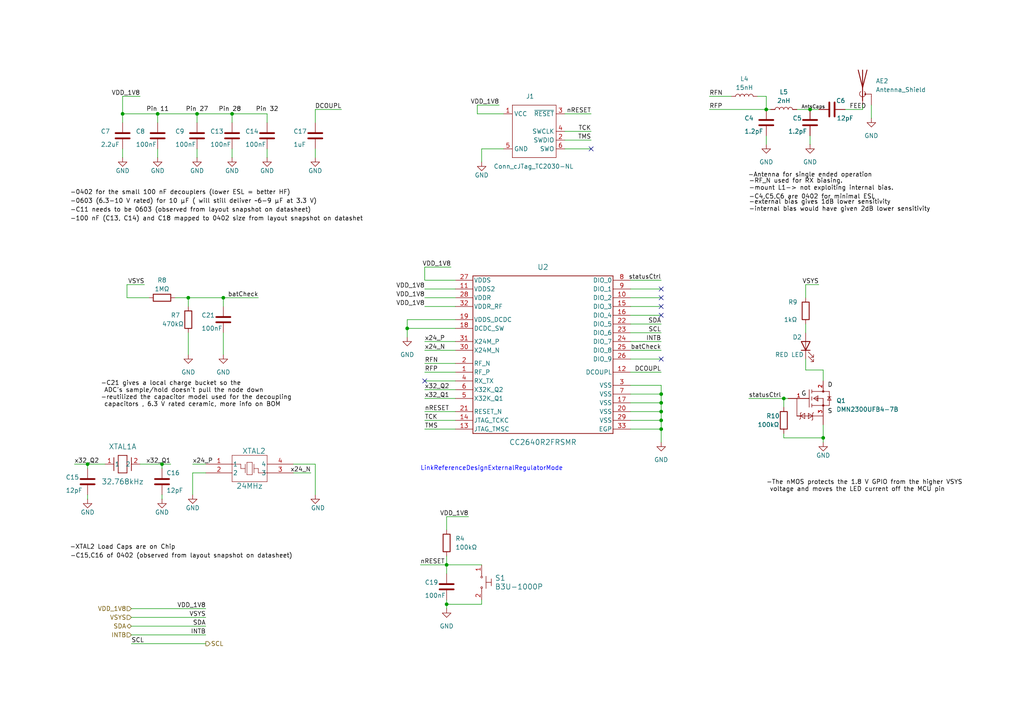
<source format=kicad_sch>
(kicad_sch (version 20250114) (generator "eeschema") (generator_version "9.0")
  (paper "A4")
  (lib_symbols
    (symbol "C_1" (pin_numbers (hide yes)) (pin_names (offset 0.254))
      (property "Reference" "C" (at 0.635 2.54 0))
      (property "Value" "C" (at 0.635 -2.54 0))
      (symbol "C_1_1_1"
        (pin passive line (at 0 3.81 270) (length 2.794) (name "~") (number "1"))
        (pin passive line (at 0 -3.81 90) (length 2.794) (name "~") (number "2"))
      )
    )
    (symbol "C_10" (pin_numbers (hide yes)) (pin_names (offset 0.254))
      (property "Reference" "C" (at 0.635 2.54 0))
      (property "Value" "C" (at 0.635 -2.54 0))
      (symbol "C_10_1_1"
        (pin passive line (at 0 3.81 270) (length 2.794) (name "~") (number "1"))
        (pin passive line (at 0 -3.81 90) (length 2.794) (name "~") (number "2"))
      )
    )
    (symbol "C_11" (pin_numbers (hide yes)) (pin_names (offset 0.254))
      (property "Reference" "C" (at 0.635 2.54 0))
      (property "Value" "C" (at 0.635 -2.54 0))
      (symbol "C_11_1_1"
        (pin passive line (at 0 3.81 270) (length 2.794) (name "~") (number "1"))
        (pin passive line (at 0 -3.81 90) (length 2.794) (name "~") (number "2"))
      )
    )
    (symbol "C_12" (pin_numbers (hide yes)) (pin_names (offset 0.254))
      (property "Reference" "C" (at 0.635 2.54 0))
      (property "Value" "C" (at 0.635 -2.54 0))
      (symbol "C_12_1_1"
        (pin passive line (at 0 3.81 270) (length 2.794) (name "~") (number "1"))
        (pin passive line (at 0 -3.81 90) (length 2.794) (name "~") (number "2"))
      )
    )
    (symbol "C_2" (pin_numbers (hide yes)) (pin_names (offset 0.254))
      (property "Reference" "C" (at 0.635 2.54 0))
      (property "Value" "C" (at 0.635 -2.54 0))
      (symbol "C_2_1_1"
        (pin passive line (at 0 3.81 270) (length 2.794) (name "~") (number "1"))
        (pin passive line (at 0 -3.81 90) (length 2.794) (name "~") (number "2"))
      )
    )
    (symbol "C_3" (pin_numbers (hide yes)) (pin_names (offset 0.254))
      (property "Reference" "C" (at 0.635 2.54 0))
      (property "Value" "C" (at 0.635 -2.54 0))
      (symbol "C_3_1_1"
        (pin passive line (at 0 3.81 270) (length 2.794) (name "~") (number "1"))
        (pin passive line (at 0 -3.81 90) (length 2.794) (name "~") (number "2"))
      )
    )
    (symbol "C_4" (pin_numbers (hide yes)) (pin_names (offset 0.254))
      (property "Reference" "C" (at 0.635 2.54 0))
      (property "Value" "C" (at 0.635 -2.54 0))
      (symbol "C_4_1_1"
        (pin passive line (at 0 3.81 270) (length 2.794) (name "~") (number "1"))
        (pin passive line (at 0 -3.81 90) (length 2.794) (name "~") (number "2"))
      )
    )
    (symbol "C_5" (pin_numbers (hide yes)) (pin_names (offset 0.254))
      (property "Reference" "C" (at 0.635 2.54 0))
      (property "Value" "C" (at 0.635 -2.54 0))
      (symbol "C_5_1_1"
        (pin passive line (at 0 3.81 270) (length 2.794) (name "~") (number "1"))
        (pin passive line (at 0 -3.81 90) (length 2.794) (name "~") (number "2"))
      )
    )
    (symbol "C_6" (pin_numbers (hide yes)) (pin_names (offset 0.254))
      (property "Reference" "C" (at 0.635 2.54 0))
      (property "Value" "C" (at 0.635 -2.54 0))
      (symbol "C_6_1_1"
        (pin passive line (at 0 3.81 270) (length 2.794) (name "~") (number "1"))
        (pin passive line (at 0 -3.81 90) (length 2.794) (name "~") (number "2"))
      )
    )
    (symbol "C_7" (pin_numbers (hide yes)) (pin_names (offset 0.254))
      (property "Reference" "C" (at 0.635 2.54 0))
      (property "Value" "C" (at 0.635 -2.54 0))
      (symbol "C_7_1_1"
        (pin passive line (at 0 3.81 270) (length 2.794) (name "~") (number "1"))
        (pin passive line (at 0 -3.81 90) (length 2.794) (name "~") (number "2"))
      )
    )
    (symbol "C_8" (pin_numbers (hide yes)) (pin_names (offset 0.254))
      (property "Reference" "C" (at 0.635 2.54 0))
      (property "Value" "C" (at 0.635 -2.54 0))
      (symbol "C_8_1_1"
        (pin passive line (at 0 3.81 270) (length 2.794) (name "~") (number "1"))
        (pin passive line (at 0 -3.81 90) (length 2.794) (name "~") (number "2"))
      )
    )
    (symbol "C_9" (pin_numbers (hide yes)) (pin_names (offset 0.254))
      (property "Reference" "C" (at 0.635 2.54 0))
      (property "Value" "C" (at 0.635 -2.54 0))
      (symbol "C_9_1_1"
        (pin passive line (at 0 3.81 270) (length 2.794) (name "~") (number "1"))
        (pin passive line (at 0 -3.81 90) (length 2.794) (name "~") (number "2"))
      )
    )
    (symbol "LED_local:LED" (pin_numbers (hide yes)) (pin_names (offset 1.016) (hide yes))
      (property "Reference" "D" (at 0 2.54 0))
      (property "Value" "LED" (at 0 -2.54 0))
      (symbol "LED_1_1"
        (pin passive line (at -3.81 0 0) (length 2.54) (name "K") (number "1"))
        (pin passive line (at 3.81 0 180) (length 2.54) (name "A") (number "2"))
      )
    )
    (symbol "MCU_CC2640R2FRSMR_local:CC2640R2FRSMR" (pin_names (offset 0.254))
      (property "Reference" "U2" (at 0.254 4.318 0))
      (property "Value" "CC2640R2FRSMR" (at 0.254 1.778 0))
      (symbol "CC2640R2FRSMR_0_1"
        (pin power_in line (at -25.4 21.59 0) (length 5.08) (name "VDDS") (number "27"))
        (pin power_in line (at -25.4 19.05 0) (length 5.08) (name "VDDS2") (number "11"))
        (pin power_in line (at -25.4 16.51 0) (length 5.08) (name "VDDR") (number "28"))
        (pin power_in line (at -25.4 13.97 0) (length 5.08) (name "VDDR_RF") (number "32"))
        (pin power_in line (at -25.4 10.16 0) (length 5.08) (name "VDDS_DCDC") (number "19"))
        (pin power_in line (at -25.4 7.62 0) (length 5.08) (name "DCDC_SW") (number "18"))
        (pin input line (at -25.4 -7.62 0) (length 5.08) (name "RX_TX") (number "4"))
        (pin input line (at -25.4 -16.51 0) (length 5.08) (name "RESET_N") (number "21"))
        (pin bidirectional line (at 25.4 21.59 180) (length 5.08) (name "DIO_0") (number "8"))
        (pin bidirectional line (at 25.4 19.05 180) (length 5.08) (name "DIO_1") (number "9"))
        (pin bidirectional line (at 25.4 16.51 180) (length 5.08) (name "DIO_2") (number "10"))
        (pin bidirectional line (at 25.4 13.97 180) (length 5.08) (name "DIO_3") (number "15"))
        (pin bidirectional line (at 25.4 11.43 180) (length 5.08) (name "DIO_4") (number "16"))
        (pin bidirectional line (at 25.4 8.89 180) (length 5.08) (name "DIO_5") (number "22"))
        (pin bidirectional line (at 25.4 6.35 180) (length 5.08) (name "DIO_6") (number "23"))
        (pin bidirectional line (at 25.4 1.27 180) (length 5.08) (name "DIO_8") (number "25"))
        (pin bidirectional line (at 25.4 -1.27 180) (length 5.08) (name "DIO_9") (number "26"))
        (pin power_in line (at 25.4 -8.89 180) (length 5.08) (name "VSS") (number "3"))
        (pin power_in line (at 25.4 -11.43 180) (length 5.08) (name "VSS") (number "7"))
        (pin power_in line (at 25.4 -13.97 180) (length 5.08) (name "VSS") (number "17"))
        (pin power_in line (at 25.4 -16.51 180) (length 5.08) (name "VSS") (number "20"))
        (pin power_in line (at 25.4 -19.05 180) (length 5.08) (name "VSS") (number "29"))
        (pin power_in line (at 25.4 -21.59 180) (length 5.08) (name "EGP") (number "33"))
      )
      (symbol "CC2640R2FRSMR_1_1"
        (pin passive line (at -25.4 3.81 0) (length 5.08) (name "X24M_P") (number "31"))
        (pin passive line (at -25.4 1.27 0) (length 5.08) (name "X24M_N") (number "30"))
        (pin passive line (at -25.4 -2.54 0) (length 5.08) (name "RF_N") (number "2"))
        (pin passive line (at -25.4 -5.08 0) (length 5.08) (name "RF_P") (number "1"))
        (pin passive line (at -25.4 -10.16 0) (length 5.08) (name "X32K_Q2") (number "6"))
        (pin passive line (at -25.4 -12.7 0) (length 5.08) (name "X32K_Q1") (number "5"))
        (pin input line (at -25.4 -19.05 0) (length 5.08) (name "JTAG_TCKC") (number "14"))
        (pin bidirectional line (at -25.4 -21.59 0) (length 5.08) (name "JTAG_TMSC") (number "13"))
        (pin input line (at 25.4 3.81 180) (length 5.08) (name "DIO_7") (number "24"))
        (pin power_out line (at 25.4 -5.08 180) (length 5.08) (name "DCOUPL") (number "12"))
      )
    )
    (symbol "antenna_local:Antenna_Shield" (pin_numbers (hide yes)) (pin_names (offset 1.016) (hide yes))
      (property "Reference" "AE" (at -1.905 4.445 0))
      (property "Value" "Antenna_Shield" (at -1.905 2.54 0))
      (symbol "Antenna_Shield_1_1"
        (pin input line (at 0 -5.08 90) (length 2.54) (name "A") (number "1"))
        (pin input line (at 2.54 -5.08 90) (length 2.54) (name "Shield") (number "2"))
      )
    )
    (symbol "cJTAG_Connector_local:Conn_ARM_SWD_TagConnect_TC2030-NL" (in_bom no)
      (property "Reference" "J" (at 2.54 11.43 0))
      (property "Value" "Conn_ARM_SWD_TagConnect_TC2030-NL" (at 2.54 8.89 0))
      (symbol "Conn_ARM_SWD_TagConnect_TC2030-NL_0_0"
        (pin power_in line (at -8.89 5.08 0) (length 2.54) (name "VCC") (number "1"))
        (pin power_in line (at -8.89 -5.08 0) (length 2.54) (name "GND") (number "5"))
        (pin open_collector line (at 8.89 5.08 180) (length 2.54) (name "~{RESET}") (number "3"))
        (pin output line (at 8.89 0 180) (length 2.54) (name "SWCLK") (number "4"))
        (pin bidirectional line (at 8.89 -2.54 180) (length 2.54) (name "SWDIO") (number "2"))
        (pin input line (at 8.89 -5.08 180) (length 2.54) (name "SWO") (number "6"))
      )
    )
    (symbol "dk_Tactile-Switches_local:B3U-1000P" (pin_names (offset 1.016))
      (property "Reference" "S" (at 0 4.064 0))
      (property "Value" "B3U-1000P" (at 0 -2.54 0))
      (symbol "B3U-1000P_1_1"
        (pin passive line (at -5.08 0 0) (length 2.54) (name "~") (number "1"))
        (pin passive line (at 5.08 0 180) (length 2.54) (name "~") (number "2"))
      )
    )
    (symbol "inductor_local:L" (pin_numbers (hide yes)) (pin_names (offset 1.016) (hide yes))
      (property "Reference" "L" (at -1.27 0 90))
      (property "Value" "L" (at 1.905 0 90))
      (symbol "L_1_1"
        (pin passive line (at 0 3.81 270) (length 1.27) (name "1") (number "1"))
        (pin passive line (at 0 -3.81 90) (length 1.27) (name "2") (number "2"))
      )
    )
    (symbol "nmos_DMN2300UFB4_local:DMN2300UFB4-7B" (pin_names (offset 1.016))
      (property "Reference" "Q" (at 0 7.62 0))
      (property "Value" "DMN2300UFB4-7B" (at 0 10.16 0))
      (symbol "DMN2300UFB4-7B_1_1"
        (pin passive line (at 2.54 0 0) (length 6.096) (name "G") (number "1"))
        (pin passive line (at 12.7 5.08 270) (length 3.048) (name "D") (number "2"))
        (pin passive line (at 12.7 -7.62 90) (length 7.62) (name "S") (number "3"))
      )
    )
    (symbol "power_local:GND" (power) (pin_numbers (hide yes)) (pin_names (offset 0) (hide yes))
      (property "Value" "GND" (at 0 -3.81 0))
      (symbol "GND_1_1"
        (pin power_in line (at 0 0 270) (length 0) (name "~") (number "1"))
      )
    )
    (symbol "resistor:R" (pin_numbers (hide yes)) (pin_names (offset 0))
      (property "Reference" "R" (at 2.032 0 90))
      (property "Value" "R" (at 0 0 90))
      (symbol "R_1_1"
        (pin passive line (at 0 3.81 270) (length 1.27) (name "~") (number "1"))
        (pin passive line (at 0 -3.81 90) (length 1.27) (name "~") (number "2"))
      )
    )
    (symbol "ul_24Mcrystal_ESC-240-8-36-RWN-TR_local:ECS-240-8-36-RWN-TR" (pin_names (offset 0.254))
      (property "Reference" "XTAL2" (at 0 8.89 0))
      (property "Value" "24MHz" (at 0 6.35 0))
      (symbol "ECS-240-8-36-RWN-TR_1_1"
        (pin passive line (at -12.7 1.27 0) (length 7.62) (name "1") (number "1"))
        (pin passive line (at -12.7 -1.27 0) (length 7.62) (name "2") (number "2"))
        (pin passive line (at 12.7 1.27 180) (length 7.62) (name "4") (number "4"))
        (pin passive line (at 12.7 -1.27 180) (length 7.62) (name "3") (number "3"))
      )
    )
    (symbol "ul_crystal32768_SC20S-12-5PF20PPM_local:SC20S-12.5PF20PPM" (pin_names (offset 0.254))
      (property "Reference" "XTAL1" (at 0 4.445 0))
      (property "Value" "32.768kHz" (at 0.762 -4.572 0))
      (symbol "SC20S-12.5PF20PPM_1_1"
        (pin passive line (at -5.08 0 0) (length 2.54) (name "1") (number "1"))
        (pin passive line (at 5.08 0 180) (length 2.54) (name "2") (number "2"))
      )
      (symbol "SC20S-12.5PF20PPM_1_2"
        (pin unspecified line (at 0 10.16 270) (length 2.54) (name "2") (number "2"))
        (pin unspecified line (at 0 0 90) (length 2.54) (name "1") (number "1"))
      )
    )
    (symbol "unpolarizedcapacitor:C" (pin_numbers (hide yes)) (pin_names (offset 0.254))
      (property "Reference" "C" (at 0.635 2.54 0))
      (property "Value" "C" (at 0.635 -2.54 0))
      (symbol "C_1_1"
        (pin passive line (at 0 3.81 270) (length 2.794) (name "~") (number "1"))
        (pin passive line (at 0 -3.81 90) (length 2.794) (name "~") (number "2"))
      )
    )
  )
  (text "-RF_N used for RX biasing.\n-mount L1-> not exploiting internal bias.\n\n" (at 217.17 54.61 0) (effects (font (size 1.27 1.27)) (justify left)))
  (text "Pin 28" (at 66.675 31.75 0) (effects (font (size 1.27 1.27))))
  (text "-C11 needs to be 0603 (observed from layout snapshot on datasheet)" (at 20.32 60.96 0) (effects (font (size 1.27 1.27)) (justify left)))
  (text "LinkReferenceDesignExternalRegulatorMode" (at 121.92 135.89 0) (effects (font (size 1.27 1.27)) (justify left)))
  (text "S" (at 240.03 119.38 0) (effects (font (size 1.27 1.27)) (justify left)))
  (text "-100 nF (C13, C14) and C18 mapped to 0402 size from layout snapshot on datashet" (at 20.32 63.5 0) (effects (font (size 1.27 1.27)) (justify left)))
  (text "-external bias gives 1dB lower sensitivity\n-internal bias would have given 2dB lower sensitivity" (at 217.17 59.69 0) (effects (font (size 1.27 1.27)) (justify left)))
  (text "-C4,C5,C6 are 0402 for minimal ESL" (at 217.17 57.15 0) (effects (font (size 1.27 1.27)) (justify left)))
  (text "Pin 32" (at 77.47 31.75 0) (effects (font (size 1.27 1.27))))
  (text "-The nMOS protects the 1.8 V GPIO from the higher VSYS\n voltage and moves the LED current off the MCU pin" (at 222.25 140.97 0) (effects (font (size 1.27 1.27)) (justify left)))
  (text "Pin 27" (at 57.15 31.75 0) (effects (font (size 1.27 1.27))))
  (text "-XTAL2 Load Caps are on Chip" (at 35.56 158.75 0) (effects (font (size 1.27 1.27))))
  (text "-C21 gives a local charge bucket so the\n ADC's sample/hold doesn't pull the node down\n-reutilized the capacitor model used for the decoupling\n capacitors , 6.3 V rated ceramic, more info on BOM" (at 29.21 114.3 0) (effects (font (size 1.27 1.27)) (justify left)))
  (text "D" (at 240.03 111.76 0) (effects (font (size 1.27 1.27)) (justify left)))
  (text "-0402 for the small 100 nF decouplers (lower ESL = better HF)" (at 20.32 55.88 0) (effects (font (size 1.27 1.27)) (justify left)))
  (text "G" (at 232.41 114.3 0) (effects (font (size 1.27 1.27)) (justify left)))
  (text "Pin 11" (at 45.72 31.75 0) (effects (font (size 1.27 1.27))))
  (text "-C15,C16 of 0402 (observed from layout snapshot on datasheet)" (at 20.32 161.29 0) (effects (font (size 1.27 1.27)) (justify left)))
  (text "-Antenna for single ended operation" (at 234.95 50.8 0) (effects (font (size 1.27 1.27))))
  (text "-0603 (6.3-10 V rated) for 10 µF ( will still deliver ~6-9 µF at 3.3 V)" (at 20.32 58.42 0) (effects (font (size 1.27 1.27)) (justify left)))
  (junction (at 67.31 33.02))
  (junction (at 45.72 33.02))
  (junction (at 57.15 33.02))
  (junction (at 191.77 121.92))
  (junction (at 25.4 134.62))
  (junction (at 129.54 163.83))
  (junction (at 54.61 86.36))
  (junction (at 35.56 33.02))
  (junction (at 191.77 119.38))
  (junction (at 46.99 134.62))
  (junction (at 222.25 31.75))
  (junction (at 118.11 95.25))
  (junction (at 191.77 124.46))
  (junction (at 191.77 116.84))
  (junction (at 191.77 114.3))
  (junction (at 234.95 31.75))
  (junction (at 129.54 175.26))
  (junction (at 238.76 127))
  (junction (at 227.33 115.57))
  (junction (at 64.77 86.36))
  (no_connect (at 191.77 88.9))
  (no_connect (at 191.77 83.82))
  (no_connect (at 171.45 43.18))
  (no_connect (at 191.77 104.14))
  (no_connect (at 191.77 91.44))
  (no_connect (at 123.19 110.49))
  (no_connect (at 191.77 86.36))
  (wire (pts (xy 182.88 99.06) (xy 191.77 99.06)))
  (wire (pts (xy 129.54 163.83) (xy 139.7 163.83)))
  (wire (pts (xy 182.88 88.9) (xy 191.77 88.9)))
  (wire (pts (xy 132.08 110.49) (xy 123.19 110.49)))
  (wire (pts (xy 205.74 31.75) (xy 222.25 31.75)))
  (wire (pts (xy 38.1 181.61) (xy 59.69 181.61)))
  (wire (pts (xy 54.61 86.36) (xy 64.77 86.36)))
  (wire (pts (xy 45.72 43.18) (xy 45.72 45.72)))
  (wire (pts (xy 123.19 81.28) (xy 132.08 81.28)))
  (wire (pts (xy 35.56 27.94) (xy 40.64 27.94)))
  (wire (pts (xy 139.7 175.26) (xy 129.54 175.26)))
  (wire (pts (xy 182.88 107.95) (xy 191.77 107.95)))
  (wire (pts (xy 227.33 115.57) (xy 227.33 118.11)))
  (wire (pts (xy 123.19 101.6) (xy 132.08 101.6)))
  (wire (pts (xy 91.44 134.62) (xy 91.44 143.51)))
  (wire (pts (xy 182.88 81.28) (xy 191.77 81.28)))
  (wire (pts (xy 217.17 115.57) (xy 227.33 115.57)))
  (wire (pts (xy 182.88 101.6) (xy 191.77 101.6)))
  (wire (pts (xy 233.68 93.98) (xy 233.68 96.52)))
  (wire (pts (xy 163.83 40.64) (xy 171.45 40.64)))
  (wire (pts (xy 118.11 95.25) (xy 132.08 95.25)))
  (wire (pts (xy 182.88 111.76) (xy 191.77 111.76)))
  (wire (pts (xy 123.19 81.28) (xy 123.19 77.47)))
  (wire (pts (xy 45.72 33.02) (xy 57.15 33.02)))
  (wire (pts (xy 57.15 35.56) (xy 57.15 33.02)))
  (wire (pts (xy 139.7 43.18) (xy 139.7 46.99)))
  (wire (pts (xy 38.1 176.53) (xy 59.69 176.53)))
  (wire (pts (xy 25.4 135.89) (xy 25.4 134.62)))
  (wire (pts (xy 191.77 114.3) (xy 191.77 116.84)))
  (wire (pts (xy 250.19 31.75) (xy 250.19 30.48)))
  (wire (pts (xy 123.19 115.57) (xy 132.08 115.57)))
  (wire (pts (xy 91.44 43.18) (xy 91.44 45.72)))
  (wire (pts (xy 139.7 173.99) (xy 139.7 175.26)))
  (wire (pts (xy 138.43 30.48) (xy 144.78 30.48)))
  (wire (pts (xy 118.11 92.71) (xy 118.11 95.25)))
  (wire (pts (xy 205.74 27.94) (xy 212.09 27.94)))
  (wire (pts (xy 91.44 31.75) (xy 99.06 31.75)))
  (wire (pts (xy 182.88 114.3) (xy 191.77 114.3)))
  (wire (pts (xy 123.19 86.36) (xy 132.08 86.36)))
  (wire (pts (xy 222.25 27.94) (xy 222.25 31.75)))
  (wire (pts (xy 227.33 125.73) (xy 227.33 127)))
  (wire (pts (xy 222.25 31.75) (xy 223.52 31.75)))
  (wire (pts (xy 67.31 33.02) (xy 67.31 35.56)))
  (wire (pts (xy 138.43 33.02) (xy 138.43 30.48)))
  (wire (pts (xy 38.1 179.07) (xy 59.69 179.07)))
  (wire (pts (xy 123.19 121.92) (xy 132.08 121.92)))
  (wire (pts (xy 238.76 107.315) (xy 238.76 110.49)))
  (wire (pts (xy 35.56 33.02) (xy 45.72 33.02)))
  (wire (pts (xy 64.77 88.9) (xy 64.77 86.36)))
  (wire (pts (xy 132.08 105.41) (xy 123.19 105.41)))
  (wire (pts (xy 238.76 128.27) (xy 238.76 127)))
  (wire (pts (xy 227.33 127) (xy 238.76 127)))
  (wire (pts (xy 233.68 107.315) (xy 238.76 107.315)))
  (wire (pts (xy 57.15 43.18) (xy 57.15 45.72)))
  (wire (pts (xy 57.15 33.02) (xy 67.31 33.02)))
  (wire (pts (xy 182.88 86.36) (xy 191.77 86.36)))
  (wire (pts (xy 36.83 82.55) (xy 41.91 82.55)))
  (wire (pts (xy 85.09 134.62) (xy 91.44 134.62)))
  (wire (pts (xy 46.99 134.62) (xy 49.53 134.62)))
  (wire (pts (xy 129.54 149.86) (xy 129.54 153.67)))
  (wire (pts (xy 233.68 86.36) (xy 233.68 82.55)))
  (wire (pts (xy 129.54 173.99) (xy 129.54 175.26)))
  (wire (pts (xy 67.31 33.02) (xy 77.47 33.02)))
  (wire (pts (xy 40.64 134.62) (xy 46.99 134.62)))
  (wire (pts (xy 121.92 163.83) (xy 129.54 163.83)))
  (wire (pts (xy 46.99 143.51) (xy 46.99 144.78)))
  (wire (pts (xy 35.56 27.94) (xy 35.56 33.02)))
  (wire (pts (xy 67.31 43.18) (xy 67.31 45.72)))
  (wire (pts (xy 234.95 39.37) (xy 234.95 41.91)))
  (wire (pts (xy 191.77 124.46) (xy 191.77 128.27)))
  (wire (pts (xy 138.43 33.02) (xy 146.05 33.02)))
  (wire (pts (xy 123.19 77.47) (xy 130.81 77.47)))
  (wire (pts (xy 43.18 86.36) (xy 36.83 86.36)))
  (wire (pts (xy 55.88 137.16) (xy 55.88 143.51)))
  (wire (pts (xy 129.54 161.29) (xy 129.54 163.83)))
  (wire (pts (xy 129.54 175.26) (xy 129.54 176.53)))
  (wire (pts (xy 45.72 35.56) (xy 45.72 33.02)))
  (wire (pts (xy 91.44 31.75) (xy 91.44 35.56)))
  (wire (pts (xy 182.88 119.38) (xy 191.77 119.38)))
  (wire (pts (xy 139.7 43.18) (xy 146.05 43.18)))
  (wire (pts (xy 234.95 31.75) (xy 237.49 31.75)))
  (wire (pts (xy 231.14 31.75) (xy 234.95 31.75)))
  (wire (pts (xy 123.19 119.38) (xy 132.08 119.38)))
  (wire (pts (xy 64.77 86.36) (xy 74.93 86.36)))
  (wire (pts (xy 129.54 149.86) (xy 135.89 149.86)))
  (wire (pts (xy 252.73 30.48) (xy 252.73 34.29)))
  (wire (pts (xy 182.88 124.46) (xy 191.77 124.46)))
  (wire (pts (xy 123.19 124.46) (xy 132.08 124.46)))
  (wire (pts (xy 36.83 86.36) (xy 36.83 82.55)))
  (wire (pts (xy 85.09 137.16) (xy 90.17 137.16)))
  (wire (pts (xy 77.47 43.18) (xy 77.47 45.72)))
  (wire (pts (xy 38.1 184.15) (xy 59.69 184.15)))
  (wire (pts (xy 77.47 35.56) (xy 77.47 33.02)))
  (wire (pts (xy 182.88 121.92) (xy 191.77 121.92)))
  (wire (pts (xy 191.77 116.84) (xy 191.77 119.38)))
  (wire (pts (xy 25.4 143.51) (xy 25.4 144.78)))
  (wire (pts (xy 35.56 33.02) (xy 35.56 35.56)))
  (wire (pts (xy 54.61 96.52) (xy 54.61 102.87)))
  (wire (pts (xy 21.59 134.62) (xy 25.4 134.62)))
  (wire (pts (xy 182.88 104.14) (xy 191.77 104.14)))
  (wire (pts (xy 123.19 83.82) (xy 132.08 83.82)))
  (wire (pts (xy 163.83 33.02) (xy 171.45 33.02)))
  (wire (pts (xy 50.8 86.36) (xy 54.61 86.36)))
  (wire (pts (xy 163.83 38.1) (xy 171.45 38.1)))
  (wire (pts (xy 64.77 96.52) (xy 64.77 102.87)))
  (wire (pts (xy 163.83 43.18) (xy 171.45 43.18)))
  (wire (pts (xy 182.88 116.84) (xy 191.77 116.84)))
  (wire (pts (xy 182.88 93.98) (xy 191.77 93.98)))
  (wire (pts (xy 54.61 86.36) (xy 54.61 88.9)))
  (wire (pts (xy 233.68 82.55) (xy 237.49 82.55)))
  (wire (pts (xy 46.99 135.89) (xy 46.99 134.62)))
  (wire (pts (xy 129.54 163.83) (xy 129.54 166.37)))
  (wire (pts (xy 233.68 104.14) (xy 233.68 107.315)))
  (wire (pts (xy 191.77 119.38) (xy 191.77 121.92)))
  (wire (pts (xy 25.4 134.62) (xy 30.48 134.62)))
  (wire (pts (xy 191.77 121.92) (xy 191.77 124.46)))
  (wire (pts (xy 245.11 31.75) (xy 250.19 31.75)))
  (wire (pts (xy 55.88 134.62) (xy 59.69 134.62)))
  (wire (pts (xy 222.25 41.91) (xy 222.25 39.37)))
  (wire (pts (xy 123.19 88.9) (xy 132.08 88.9)))
  (wire (pts (xy 59.69 137.16) (xy 55.88 137.16)))
  (wire (pts (xy 182.88 83.82) (xy 191.77 83.82)))
  (wire (pts (xy 118.11 95.25) (xy 118.11 97.79)))
  (wire (pts (xy 191.77 111.76) (xy 191.77 114.3)))
  (wire (pts (xy 35.56 43.18) (xy 35.56 45.72)))
  (wire (pts (xy 238.76 123.19) (xy 238.76 127)))
  (wire (pts (xy 118.11 92.71) (xy 132.08 92.71)))
  (wire (pts (xy 182.88 91.44) (xy 191.77 91.44)))
  (wire (pts (xy 219.71 27.94) (xy 222.25 27.94)))
  (wire (pts (xy 123.19 99.06) (xy 132.08 99.06)))
  (wire (pts (xy 38.1 186.69) (xy 59.69 186.69)))
  (wire (pts (xy 123.19 113.03) (xy 132.08 113.03)))
  (wire (pts (xy 182.88 96.52) (xy 191.77 96.52)))
  (wire (pts (xy 227.33 115.57) (xy 228.6 115.57)))
  (wire (pts (xy 132.08 107.95) (xy 123.19 107.95)))
  (label "x24_P" (at 55.88 134.62 0))
  (label "statusCtrl" (at 217.17 115.57 0))
  (label "TCK" (at 123.19 121.92 0))
  (label "nRESET" (at 171.45 33.02 180))
  (label "VDD_1V8" (at 123.19 88.9 180))
  (label "DCOUPL" (at 191.77 107.95 180))
  (label "DCOUPL" (at 99.06 31.75 180))
  (label "RFP" (at 123.19 107.95 0))
  (label "batCheck" (at 74.93 86.36 180))
  (label "TCK" (at 171.45 38.1 180))
  (label "FEED" (at 246.38 31.75 0))
  (label "SCL" (at 38.1 186.69 0))
  (label "RFP" (at 205.74 31.75 0))
  (label "RFN" (at 123.19 105.41 0))
  (label "VDD_1V8" (at 135.89 149.86 180))
  (label "VDD_1V8" (at 144.78 30.48 180))
  (label "SCL" (at 191.77 96.52 180))
  (label "VDD_1V8" (at 123.19 86.36 180))
  (label "VDD_1V8" (at 59.69 176.53 180))
  (label "INTB" (at 59.69 184.15 180))
  (label "statusCtrl" (at 191.77 81.28 180))
  (label "x24_P" (at 123.19 99.06 0))
  (label "VSYS" (at 59.69 179.07 180))
  (label "AntsCaps" (at 232.41 31.75 0) (effects (font (size 1 1))))
  (label "x24_N" (at 90.17 137.16 180))
  (label "nRESET" (at 121.92 163.83 0))
  (label "batCheck" (at 191.77 101.6 180))
  (label "VDD_1V8" (at 130.81 77.47 180))
  (label "RFN" (at 205.74 27.94 0))
  (label "x32_Q1" (at 49.53 134.62 180))
  (label "TMS" (at 171.45 40.64 180))
  (label "x32_Q1" (at 123.19 115.57 0))
  (label "VDD_1V8" (at 40.64 27.94 180))
  (label "INTB" (at 191.77 99.06 180))
  (label "nRESET" (at 123.19 119.38 0))
  (label "SDA" (at 59.69 181.61 180))
  (label "VSYS" (at 237.49 82.55 180))
  (label "TMS" (at 123.19 124.46 0))
  (label "VSYS" (at 41.91 82.55 180))
  (label "x32_Q2" (at 21.59 134.62 0))
  (label "SDA" (at 191.77 93.98 180))
  (label "VDD_1V8" (at 123.19 83.82 180))
  (label "x24_N" (at 123.19 101.6 0))
  (label "x32_Q2" (at 123.19 113.03 0))
  (hierarchical_label "INTB" (shape input) (at 38.1 184.15 180))
  (hierarchical_label "VDD_1V8" (shape input) (at 38.1 176.53 180))
  (hierarchical_label "SCL" (shape output) (at 59.69 186.69 0))
  (hierarchical_label "VSYS" (shape input) (at 38.1 179.07 180))
  (hierarchical_label "SDA" (shape bidirectional) (at 38.1 181.61 180))
  (symbol (lib_id "power_local:GND") (at 25.4 144.78 0) (unit 1)
    (property "Reference" "#PWR018" (effects (hide yes)))
    (property "Value" "GND" (at 25.4 148.59 0))
    (property "Description" "Power symbol creates a global label with name \"GND\" , ground" (effects (hide yes)))
  )
  (symbol (lib_id "ul_crystal32768_SC20S-12-5PF20PPM_local:SC20S-12.5PF20PPM") (at 35.56 134.62 0) (unit 1)
    (property "Reference" "XTAL1" (at 35.56 129.54 0) (effects (font (size 1.524 1.524))))
    (property "Value" "32.768kHz" (at 35.56 139.7 0) (effects (font (size 1.524 1.524))))
    (property "Footprint" "ul_crystal32768_SC20S-12-5PF20PPM_local:XTAL_SC-20S_EPS" (effects (hide yes)))
    (property "Datasheet" "kicad-embed://crystal32k_file_PRODUCT_MASTER_50811_GRAPHIC03.pdf" (effects (hide yes)))
    (property "Description" "Crystals 32.768kHz 12.5pF +/-20PPM" (effects (hide yes)))
    (property "MANUFACTURER" "Seiko Instruments" (effects (hide yes)))
    (property "MPN" "SC20S-12.5PF20PPM" (effects (hide yes)))
    (property "Package" "-" (effects (hide yes)))
    (property "Price" "0.62 €" (effects (hide yes)))
    (property "rohs" "yes" (effects (hide yes)))
    (property "vendor" "Digikey" (effects (hide yes)))
    (property "mounting type" "SMD" (effects (hide yes)))
    (property "vendor part number" "  728-1075-2-ND" (effects (hide yes)))
  )
  (symbol (lib_id "resistor:R") (at 129.54 157.48 0) (unit 1)
    (property "Reference" "R4" (at 132.08 156.2099 0) (effects (justify left)))
    (property "Value" "100kΩ" (at 132.08 158.7499 0) (effects (justify left)))
    (property "Footprint" "Resistor_SMD_local:R_0402_1005Metric" (effects (hide yes)))
    (property "Datasheet" "kicad-embed://sei-rmcf_rmcp.pdf" (effects (hide yes)))
    (property "Description" "100 kOhms ±1% 0.063W, 1/16W Chip Resistor 0402 (1005 Metric) Automotive AEC-Q200 Thick Film" (effects (hide yes)))
    (property "MANUFACTURER" "Stackpole Electronics Inc" (effects (hide yes)))
    (property "MPN" "RMCF0402FT100K" (effects (hide yes)))
    (property "Package" "0402" (effects (hide yes)))
    (property "Price" "0.09 €" (effects (hide yes)))
    (property "rohs" "yes" (effects (hide yes)))
    (property "vendor" "DigiKey" (effects (hide yes)))
    (property "mounting type" "SMD" (effects (hide yes)))
    (property "vendor part number" "RMCF0402FT100KCT-ND" (effects (hide yes)))
  )
  (symbol (lib_id "power_local:GND") (at 57.15 45.72 0) (unit 1)
    (property "Reference" "#PWR09" (effects (hide yes)))
    (property "Value" "GND" (at 57.15 49.53 0))
    (property "Description" "Power symbol creates a global label with name \"GND\" , ground" (effects (hide yes)))
  )
  (symbol (lib_id "unpolarizedcapacitor:C") (at 64.77 92.71 0) (unit 1)
    (property "Reference" "C21" (at 58.42 91.44 0) (effects (justify left)))
    (property "Value" "100nF" (at 58.42 95.25 0) (effects (justify left)))
    (property "Footprint" "Capacitor_SMD_local:C_0402_1005Metric" (effects (hide yes)))
    (property "Datasheet" "kicad-embed://GRM155R70J104KA01-01.pdf" (effects (hide yes)))
    (property "Description" "0.1 µF ±10% 6.3V Ceramic Capacitor X7R 0402 (1005 Metric)" (effects (hide yes)))
    (property "MANUFACTURER" "Murata Electronics" (effects (hide yes)))
    (property "MPN" "GRM155R70J104KA01D" (effects (hide yes)))
    (property "Package" "0402" (effects (hide yes)))
    (property "Price" "0.09 €" (effects (hide yes)))
    (property "rohs" "yes" (effects (hide yes)))
    (property "vendor" "DigiKey" (effects (hide yes)))
    (property "mounting type" "SMD" (effects (hide yes)))
    (property "vendor part number" "490-6319-1-ND" (effects (hide yes)))
  )
  (symbol (lib_name "C_2") (lib_id "unpolarizedcapacitor:C") (at 45.72 39.37 0) (unit 1)
    (property "Reference" "C8" (at 39.37 38.1 0) (effects (justify left)))
    (property "Value" "100nF" (at 39.37 41.91 0) (effects (justify left)))
    (property "Footprint" "Capacitor_SMD_local:C_0402_1005Metric" (effects (hide yes)))
    (property "Description" "Unpolarized capacitor" (effects (hide yes)))
    (property "MANUFACTURER" "Murata Electronics" (effects (hide yes)))
    (property "MPN" "GRM155R70J104KA01D" (effects (hide yes)))
    (property "Package" "0402" (effects (hide yes)))
    (property "Price" "0.09 €" (effects (hide yes)))
    (property "rohs" "yes" (effects (hide yes)))
    (property "vendor" "DigiKey" (effects (hide yes)))
    (property "mounting type" "SMD" (effects (hide yes)))
    (property "vendor part number" "490-6319-1-ND" (effects (hide yes)))
  )
  (symbol (lib_name "C_1") (lib_id "unpolarizedcapacitor:C") (at 35.56 39.37 0) (unit 1)
    (property "Reference" "C7" (at 29.21 38.1 0) (effects (justify left)))
    (property "Value" "2.2uF" (at 29.21 41.91 0) (effects (justify left)))
    (property "Footprint" "Capacitor_SMD_local:C_0402_1005Metric" (effects (hide yes)))
    (property "Description" "Unpolarized capacitor" (effects (hide yes)))
    (property "MANUFACTURER" "Murata Electronics" (effects (hide yes)))
    (property "MPN" "GRM155R60J225KE95D" (effects (hide yes)))
    (property "Package" "0402" (effects (hide yes)))
    (property "Price" "0.10 €" (effects (hide yes)))
    (property "rohs" "yes" (effects (hide yes)))
    (property "vendor" "DigiKey" (effects (hide yes)))
    (property "mounting type" "SMD" (effects (hide yes)))
    (property "vendor part number" "490-12532-1-ND" (effects (hide yes)))
  )
  (symbol (lib_id "power_local:GND") (at 118.11 97.79 0) (unit 1)
    (property "Reference" "#PWR025" (effects (hide yes)))
    (property "Value" "GND" (at 118.11 102.87 0))
    (property "Description" "Power symbol creates a global label with name \"GND\" , ground" (effects (hide yes)))
  )
  (symbol (lib_id "resistor:R") (at 233.68 90.17 0) (unit 1)
    (property "Reference" "R9" (at 228.6 87.63 0) (effects (justify left)))
    (property "Value" "1kΩ" (at 227.33 92.71 0) (effects (justify left)))
    (property "Footprint" "Resistor_SMD_local:R_0402_1005Metric" (effects (hide yes)))
    (property "Datasheet" "kicad-embed://sei-rmcf_rmcp(1).pdf" (effects (hide yes)))
    (property "Description" "1 kOhms ±1% 0.063W, 1/16W Chip Resistor 0402 (1005 Metric) Automotive AEC-Q200 Thick Film" (effects (hide yes)))
    (property "MANUFACTURER" "Stackpole Electronics Inc" (effects (hide yes)))
    (property "MPN" "RMCF0402FT1K00" (effects (hide yes)))
    (property "Package" "0402" (effects (hide yes)))
    (property "Price" "0.09 €" (effects (hide yes)))
    (property "rohs" "yes" (effects (hide yes)))
    (property "vendor" "DigiKey" (effects (hide yes)))
    (property "mounting type" "SMD" (effects (hide yes)))
    (property "vendor part number" "RMCF0402FT1K00CT-ND" (effects (hide yes)))
  )
  (symbol (lib_id "resistor:R") (at 54.61 92.71 0) (unit 1)
    (property "Reference" "R7" (at 49.53 91.44 0) (effects (justify left)))
    (property "Value" "470kΩ" (at 46.99 93.98 0) (effects (justify left)))
    (property "Footprint" "Resistor_SMD_local:R_0402_1005Metric" (effects (hide yes)))
    (property "Datasheet" "kicad-embed://sei-rmcf_rmcp.pdf" (effects (hide yes)))
    (property "Description" "470 kOhms ±1% 0.063W, 1/16W Chip Resistor 0402 (1005 Metric) Automotive AEC-Q200 Thick Film" (effects (hide yes)))
    (property "MANUFACTURER" "Stackpole Electronics Inc" (effects (hide yes)))
    (property "MPN" "RMCF0402FT470K" (effects (hide yes)))
    (property "Package" "0402" (effects (hide yes)))
    (property "Price" "0.09 €" (effects (hide yes)))
    (property "rohs" "yes" (effects (hide yes)))
    (property "vendor" "DigiKey" (effects (hide yes)))
    (property "mounting type" "SMD" (effects (hide yes)))
    (property "vendor part number" "RMCF0402FT470KCT-ND" (effects (hide yes)))
  )
  (symbol (lib_id "power_local:GND") (at 54.61 102.87 0) (unit 1)
    (property "Reference" "#PWR031" (effects (hide yes)))
    (property "Value" "GND" (at 54.61 107.95 0))
    (property "Description" "Power symbol creates a global label with name \"GND\" , ground" (effects (hide yes)))
  )
  (symbol (lib_id "power_local:GND") (at 55.88 143.51 0) (unit 1)
    (property "Reference" "#PWR015" (effects (hide yes)))
    (property "Value" "GND" (at 55.88 147.32 0))
    (property "Description" "Power symbol creates a global label with name \"GND\" , ground" (effects (hide yes)))
  )
  (symbol (lib_id "power_local:GND") (at 67.31 45.72 0) (unit 1)
    (property "Reference" "#PWR013" (effects (hide yes)))
    (property "Value" "GND" (at 67.31 49.53 0))
    (property "Description" "Power symbol creates a global label with name \"GND\" , ground" (effects (hide yes)))
  )
  (symbol (lib_id "power_local:GND") (at 234.95 41.91 0) (unit 1)
    (property "Reference" "#PWR06" (effects (hide yes)))
    (property "Value" "GND" (at 234.95 46.99 0))
    (property "Description" "Power symbol creates a global label with name \"GND\" , ground" (effects (hide yes)))
  )
  (symbol (lib_id "MCU_CC2640R2FRSMR_local:CC2640R2FRSMR") (at 157.48 102.87 0) (unit 1)
    (property "Reference" "U2" (at 157.48 77.47 0) (effects (font (size 1.524 1.524))))
    (property "Value" "CC2640R2FRSMR" (at 157.48 128.27 0) (effects (font (size 1.524 1.524))))
    (property "Footprint" "MCU_CC2640R2FRSMR_local:MCU_CC2640R2F_RSM0032B" (effects (hide yes)))
    (property "Datasheet" "https://www.ti.com/lit/gpn/cc2640r2f" (effects (hide yes)))
    (property "Description" "MCU SimpleLink Bluetooth 5.1 Low Energy wireless MCU" (effects (hide yes)))
    (property "MANUFACTURER" "Texas Instruments" (effects (hide yes)))
    (property "MPN" "CC2640R2FRSM" (effects (hide yes)))
    (property "Package" "VQFN (32)" (effects (hide yes)))
    (property "Price" "3.73 €" (effects (hide yes)))
    (property "rohs" "yes" (effects (hide yes)))
    (property "mounting type" "SMD" (effects (hide yes)))
    (property "vendor part number" "296-47747-2-ND" (effects (hide yes)))
    (property "vendor" "Digikey" (effects (hide yes)))
  )
  (symbol (lib_id "power_local:GND") (at 252.73 34.29 0) (unit 1)
    (property "Reference" "#PWR033" (effects (hide yes)))
    (property "Value" "GND" (at 252.73 39.37 0))
    (property "Description" "Power symbol creates a global label with name \"GND\" , ground" (effects (hide yes)))
  )
  (symbol (lib_id "resistor:R") (at 46.99 86.36 90) (unit 1)
    (property "Reference" "R8" (at 46.99 81.28 90))
    (property "Value" "1MΩ" (at 46.99 83.82 90))
    (property "Footprint" "Resistor_SMD_local:R_0402_1005Metric" (effects (hide yes)))
    (property "Datasheet" "kicad-embed://product-6-2176337-1.datasheet.pdf" (effects (hide yes)))
    (property "Description" "1 MOhms ±1% 0.063W, 1/16W Chip Resistor 0402 (1005 Metric) Automotive AEC-Q200, Moisture Resistant Thick Film" (effects (hide yes)))
    (property "MANUFACTURER" "TE Connectivity Passive Product" (effects (hide yes)))
    (property "MPN" "CRGCQ0402F1M0" (effects (hide yes)))
    (property "Package" "0402" (effects (hide yes)))
    (property "Price" "0.09 €" (effects (hide yes)))
    (property "rohs" "yes" (effects (hide yes)))
    (property "vendor" "DigiKey" (effects (hide yes)))
    (property "mounting type" "SMD" (effects (hide yes)))
    (property "vendor part number" "A129663CT-ND" (effects (hide yes)))
  )
  (symbol (lib_id "dk_Tactile-Switches_local:B3U-1000P") (at 139.7 168.91 270) (unit 1)
    (property "Reference" "S1" (at 143.51 167.6399 90) (effects (font (size 1.524 1.524)) (justify left)))
    (property "Value" "B3U-1000P" (at 143.51 170.1799 90) (effects (font (size 1.524 1.524)) (justify left)))
    (property "Footprint" "dk_tactileSwitch_B3U1000P_local:Switch_Tactile_SMD_B3U-1000P" (effects (hide yes)))
    (property "Datasheet" "kicad-embed://en-b3u.pdf" (effects (hide yes)))
    (property "Description" "Tactile Switch SPST-NO Top Actuated Surface Mount" (effects (hide yes)))
    (property "Digi-Key_PN" "SW1020CT-ND" (effects (hide yes)))
    (property "MPN" "B3U-1000P" (effects (hide yes)))
    (property "Category" "Switches" (effects (hide yes)))
    (property "Family" "Tactile Switches" (effects (hide yes)))
    (property "DK_Datasheet_Link" "https://omronfs.omron.com/en_US/ecb/products/pdf/en-b3u.pdf" (effects (hide yes)))
    (property "DK_Detail_Page" "/product-detail/en/omron-electronics-inc-emc-div/B3U-1000P/SW1020CT-ND/1534357" (effects (hide yes)))
    (property "Description_1" "SWITCH TACTILE SPST-NO 0.05A 12V" (effects (hide yes)))
    (property "Manufacturer" "Omron Electronics Inc-EMC Div" (effects (hide yes)))
    (property "Status" "Active" (effects (hide yes)))
    (property "MANUFACTURER" "Omron Electronics Inc-EMC Div" (effects (hide yes)))
    (property "Package" "-" (effects (hide yes)))
    (property "Price" "0.85 €" (effects (hide yes)))
    (property "rohs" "yes" (effects (hide yes)))
    (property "vendor" "DigiKey" (effects (hide yes)))
    (property "mounting type" "SMD" (effects (hide yes)))
    (property "vendor part number" "SW1020CT-ND" (effects (hide yes)))
  )
  (symbol (lib_id "cJTAG_Connector_local:Conn_ARM_SWD_TagConnect_TC2030-NL") (at 154.94 38.1 0) (unit 1)
    (property "Reference" "J1" (at 154.94 27.94 0) (effects (justify right)))
    (property "Value" "Conn_cJTag_TC2030-NL" (at 166.37 48.26 0) (effects (justify right)))
    (property "Footprint" "connectorTagConnect_local:Tag-Connect_TC2030-IDC-NL_2x03_P1.27mm_Vertical" (effects (hide yes)))
    (property "Datasheet" "https://www.tag-connect.com/wp-content/uploads/bsk-pdf-manager/TC2030-CTX_1.pdf" (effects (hide yes)))
    (property "Description" "Tag-Connect ARM Cortex SWD JTAG connector, 6 pin, no legs" (effects (hide yes)))
  )
  (symbol (lib_id "LED_local:LED") (at 233.68 100.33 90) (unit 1)
    (property "Reference" "D2" (at 229.87 97.79 90) (effects (justify right)))
    (property "Value" "RED LED" (at 224.79 102.87 90) (effects (justify right)))
    (property "Footprint" "ul_chargingLED_SML_P11UTT86_0402_local:LED_SML-P12UT_ROM" (effects (hide yes)))
    (property "Datasheet" "kicad-embed://sml-p11-e.pdf" (effects (hide yes)))
    (property "Description" "Red 626nm LED Indication - Discrete 1.8V 0402 (1006 Metric)" (effects (hide yes)))
    (property "Sim.Pins" "1=K 2=A" (effects (hide yes)))
    (property "MANUFACTURER" "Rohm Semiconductor" (effects (hide yes)))
    (property "Package" "0402" (effects (hide yes)))
    (property "Price" "0.38 €" (effects (hide yes)))
    (property "rohs" "yes" (effects (hide yes)))
    (property "mounting type" "SMD" (effects (hide yes)))
    (property "vendor part number" "846-SML-P11VTT86CT-ND" (effects (hide yes)))
    (property "MPN" "SML-P11VTT86" (effects (hide yes)))
    (property "vendor" "DigiKey" (effects (hide yes)))
  )
  (symbol (lib_id "power_local:GND") (at 238.76 128.27 0) (unit 1)
    (property "Reference" "#PWR030" (effects (hide yes)))
    (property "Value" "GND" (at 238.76 132.08 0))
    (property "Description" "Power symbol creates a global label with name \"GND\" , ground" (effects (hide yes)))
  )
  (symbol (lib_name "C_3") (lib_id "unpolarizedcapacitor:C") (at 57.15 39.37 0) (unit 1)
    (property "Reference" "C9" (at 50.8 38.1 0) (effects (justify left)))
    (property "Value" "100nF" (at 50.8 41.91 0) (effects (justify left)))
    (property "Footprint" "Capacitor_SMD_local:C_0402_1005Metric" (effects (hide yes)))
    (property "Description" "Unpolarized capacitor" (effects (hide yes)))
    (property "MANUFACTURER" "Murata Electronics" (effects (hide yes)))
    (property "MPN" "GRM155R70J104KA01D" (effects (hide yes)))
    (property "Package" "0402" (effects (hide yes)))
    (property "Price" "0.09 €" (effects (hide yes)))
    (property "rohs" "yes" (effects (hide yes)))
    (property "vendor" "DigiKey" (effects (hide yes)))
    (property "mounting type" "SMD" (effects (hide yes)))
    (property "vendor part number" "490-6319-1-ND" (effects (hide yes)))
  )
  (symbol (lib_id "inductor_local:L") (at 215.9 27.94 90) (unit 1)
    (property "Reference" "L4" (at 215.9 22.86 90))
    (property "Value" "15nH" (at 215.9 25.4 90))
    (property "Footprint" "Inductor_SMD_local:L_0402_1005M_Murata-LQG15HS" (effects (hide yes)))
    (property "Datasheet" "LQG15HS2N0S02D" (effects (hide yes)))
    (property "Description" "15 nH Unshielded Multilayer Inductor 450 mA 320mOhm Max 0402 (1005 Metric)" (effects (hide yes)))
    (property "MANUFACTURER" "Murata Electronics" (effects (hide yes)))
    (property "MPN" "LQG15HS15NJ02D" (effects (hide yes)))
    (property "Package" "0402" (effects (hide yes)))
    (property "Price" "0.09 €" (effects (hide yes)))
    (property "rohs" "yes" (effects (hide yes)))
    (property "vendor" "DigiKey" (effects (hide yes)))
    (property "mounting type" "SMD" (effects (hide yes)))
    (property "vendor part number" "490-2625-1-ND" (effects (hide yes)))
  )
  (symbol (lib_name "C_5") (lib_id "unpolarizedcapacitor:C") (at 77.47 39.37 0) (unit 1)
    (property "Reference" "C14" (at 71.12 38.1 0) (effects (justify left)))
    (property "Value" "100nF" (at 71.12 41.91 0) (effects (justify left)))
    (property "Footprint" "Capacitor_SMD_local:C_0402_1005Metric" (effects (hide yes)))
    (property "Description" "Unpolarized capacitor" (effects (hide yes)))
    (property "MANUFACTURER" "Murata Electronics" (effects (hide yes)))
    (property "MPN" "GRM155R70J104KA01D" (effects (hide yes)))
    (property "Package" "0402" (effects (hide yes)))
    (property "Price" "0.09 €" (effects (hide yes)))
    (property "rohs" "yes" (effects (hide yes)))
    (property "vendor" "DigiKey" (effects (hide yes)))
    (property "mounting type" "SMD" (effects (hide yes)))
    (property "vendor part number" "490-6319-1-ND" (effects (hide yes)))
  )
  (symbol (lib_id "power_local:GND") (at 45.72 45.72 0) (unit 1)
    (property "Reference" "#PWR08" (effects (hide yes)))
    (property "Value" "GND" (at 45.72 49.53 0))
    (property "Description" "Power symbol creates a global label with name \"GND\" , ground" (effects (hide yes)))
  )
  (symbol (lib_name "C_10") (lib_id "unpolarizedcapacitor:C") (at 129.54 170.18 0) (unit 1)
    (property "Reference" "C19" (at 123.19 168.91 0) (effects (justify left)))
    (property "Value" "100nF" (at 123.19 172.72 0) (effects (justify left)))
    (property "Footprint" "Capacitor_SMD_local:C_0402_1005Metric" (effects (hide yes)))
    (property "Datasheet" "kicad-embed://GRM155R70J104KA01-01.pdf" (effects (hide yes)))
    (property "Description" "0.1 µF ±10% 6.3V Ceramic Capacitor X7R 0402 (1005 Metric)" (effects (hide yes)))
    (property "MANUFACTURER" "Murata Electronics" (effects (hide yes)))
    (property "MPN" "GRM155R70J104KA01D" (effects (hide yes)))
    (property "Package" "0402" (effects (hide yes)))
    (property "Price" "0.09 €" (effects (hide yes)))
    (property "rohs" "yes" (effects (hide yes)))
    (property "vendor" "DigiKey" (effects (hide yes)))
    (property "mounting type" "SMD" (effects (hide yes)))
    (property "vendor part number" "490-6319-1-ND" (effects (hide yes)))
  )
  (symbol (lib_id "power_local:GND") (at 77.47 45.72 0) (unit 1)
    (property "Reference" "#PWR012" (effects (hide yes)))
    (property "Value" "GND" (at 77.47 49.53 0))
    (property "Description" "Power symbol creates a global label with name \"GND\" , ground" (effects (hide yes)))
  )
  (symbol (lib_id "power_local:GND") (at 91.44 143.51 0) (unit 1)
    (property "Reference" "#PWR016" (effects (hide yes)))
    (property "Value" "GND" (at 90.17 147.32 0) (effects (justify left)))
    (property "Description" "Power symbol creates a global label with name \"GND\" , ground" (effects (hide yes)))
  )
  (symbol (lib_id "power_local:GND") (at 91.44 45.72 0) (unit 1)
    (property "Reference" "#PWR019" (effects (hide yes)))
    (property "Value" "GND" (at 91.44 49.53 0))
    (property "Description" "Power symbol creates a global label with name \"GND\" , ground" (effects (hide yes)))
  )
  (symbol (lib_id "power_local:GND") (at 191.77 128.27 0) (unit 1)
    (property "Reference" "#PWR022" (effects (hide yes)))
    (property "Value" "GND" (at 191.77 133.35 0))
    (property "Description" "Power symbol creates a global label with name \"GND\" , ground" (effects (hide yes)))
  )
  (symbol (lib_id "power_local:GND") (at 139.7 46.99 0) (unit 1)
    (property "Reference" "#PWR021" (effects (hide yes)))
    (property "Value" "GND" (at 139.7 50.8 0))
    (property "Description" "Power symbol creates a global label with name \"GND\" , ground" (effects (hide yes)))
  )
  (symbol (lib_id "ul_24Mcrystal_ESC-240-8-36-RWN-TR_local:ECS-240-8-36-RWN-TR") (at 72.39 135.89 0) (unit 1)
    (property "Reference" "XTAL2" (at 73.66 130.81 0) (effects (font (size 1.524 1.524))))
    (property "Value" "24MHz" (at 72.39 140.97 0) (effects (font (size 1.524 1.524))))
    (property "Footprint" "ul_24Mcrystal_ESC-240-8-36-RWN-TR_local:ECS-160-8-36-RHN-TR_ECS" (effects (hide yes)))
    (property "Datasheet" "kicad-embed://crystal24M_ECX-2236.pdf" (effects (hide yes)))
    (property "Description" "24 MHz ±15ppm Crystal 8pF 60 Ohms 4-SMD, No Lead" (effects (hide yes)))
    (property "MANUFACTURER" "ECS Inc." (effects (hide yes)))
    (property "MPN" "ECS-240-8-36-RWN-TR" (effects (hide yes)))
    (property "Package" "-" (effects (hide yes)))
    (property "Price" "0.41 €" (effects (hide yes)))
    (property "rohs" "yes" (effects (hide yes)))
    (property "vendor" "Digikey" (effects (hide yes)))
    (property "mounting type" "SMD" (effects (hide yes)))
    (property "vendor part number" "XC2270CT-ND" (effects (hide yes)))
  )
  (symbol (lib_id "power_local:GND") (at 129.54 176.53 0) (unit 1)
    (property "Reference" "#PWR023" (effects (hide yes)))
    (property "Value" "GND" (at 129.54 181.61 0))
    (property "Description" "Power symbol creates a global label with name \"GND\" , ground" (effects (hide yes)))
  )
  (symbol (lib_id "power_local:GND") (at 222.25 41.91 0) (unit 1)
    (property "Reference" "#PWR05" (effects (hide yes)))
    (property "Value" "GND" (at 222.25 46.99 0))
    (property "Description" "Power symbol creates a global label with name \"GND\" , ground" (effects (hide yes)))
  )
  (symbol (lib_name "C_12") (lib_id "unpolarizedcapacitor:C") (at 46.99 139.7 0) (unit 1)
    (property "Reference" "C16" (at 48.26 137.16 0) (effects (justify left)))
    (property "Value" "12pF" (at 48.26 142.24 0) (effects (justify left)))
    (property "Footprint" "Capacitor_SMD_local:C_0402_1005Metric" (effects (hide yes)))
    (property "Datasheet" "kicad-embed://QSCF500Q120J1GV001T.pdf" (effects (hide yes)))
    (property "Description" "12 pF ±5% 50V Ceramic Capacitor C0G, NP0 0402 (1005 Metric)" (effects (hide yes)))
    (property "MANUFACTURER" "Johanson Technology Inc." (effects (hide yes)))
    (property "MPN" "QSCF500Q120J1GV001T" (effects (hide yes)))
    (property "Package" "0402" (effects (hide yes)))
    (property "Price" "0.15 €" (effects (hide yes)))
    (property "rohs" "yes" (effects (hide yes)))
    (property "vendor" "DigiKey" (effects (hide yes)))
    (property "mounting type" "SMD" (effects (hide yes)))
    (property "vendor part number" "712-QSCF500Q120J1GV001TCT-ND" (effects (hide yes)))
  )
  (symbol (lib_name "C_4") (lib_id "unpolarizedcapacitor:C") (at 67.31 39.37 0) (unit 1)
    (property "Reference" "C13" (at 60.96 38.1 0) (effects (justify left)))
    (property "Value" "100nF" (at 60.96 41.91 0) (effects (justify left)))
    (property "Footprint" "Capacitor_SMD_local:C_0402_1005Metric" (effects (hide yes)))
    (property "Description" "Unpolarized capacitor" (effects (hide yes)))
    (property "MANUFACTURER" "Murata Electronics" (effects (hide yes)))
    (property "MPN" "GRM155R70J104KA01D" (effects (hide yes)))
    (property "Package" "0402" (effects (hide yes)))
    (property "Price" "0.09 €" (effects (hide yes)))
    (property "rohs" "yes" (effects (hide yes)))
    (property "vendor" "DigiKey" (effects (hide yes)))
    (property "mounting type" "SMD" (effects (hide yes)))
    (property "vendor part number" "490-6319-1-ND" (effects (hide yes)))
  )
  (symbol (lib_id "antenna_local:Antenna_Shield") (at 250.19 25.4 0) (unit 1)
    (property "Reference" "AE2" (at 254 23.4949 0) (effects (justify left)))
    (property "Value" "Antenna_Shield" (at 254 26.0349 0) (effects (justify left)))
    (property "Footprint" "Texas_SWRA117D_2.4GHzRight_local:Texas_SWRA117D_2.4GHz_Left" (effects (hide yes)))
    (property "Description" "Antenna with extra pin for shielding" (effects (hide yes)))
  )
  (symbol (lib_id "power_local:GND") (at 46.99 144.78 0) (unit 1)
    (property "Reference" "#PWR017" (effects (hide yes)))
    (property "Value" "GND" (at 46.99 148.59 0))
    (property "Description" "Power symbol creates a global label with name \"GND\" , ground" (effects (hide yes)))
  )
  (symbol (lib_name "C_8") (lib_id "unpolarizedcapacitor:C") (at 234.95 35.56 0) (unit 1)
    (property "Reference" "C5" (at 229.87 34.29 0) (effects (justify left)))
    (property "Value" "1.2pF" (at 228.6 38.1 0) (effects (justify left)))
    (property "Footprint" "Capacitor_SMD_local:C_0402_1005Metric" (effects (hide yes)))
    (property "Datasheet" "kicad-embed://GRM1555C1H1R2BA01-01.pdf" (effects (hide yes)))
    (property "Description" "1.2 pF ±0.1pF 50V Ceramic Capacitor C0G, NP0 0402 (1005 Metric)" (effects (hide yes)))
    (property "MANUFACTURER" "Murata Electronics" (effects (hide yes)))
    (property "MPN" "GRM1555C1H1R2BA01D" (effects (hide yes)))
    (property "Package" "0402" (effects (hide yes)))
    (property "Price" "0.09 €" (effects (hide yes)))
    (property "rohs" "yes" (effects (hide yes)))
    (property "vendor" "DigiKey" (effects (hide yes)))
    (property "mounting type" "SMD" (effects (hide yes)))
    (property "vendor part number" "490-6209-1-ND" (effects (hide yes)))
  )
  (symbol (lib_name "C_9") (lib_id "unpolarizedcapacitor:C") (at 241.3 31.75 90) (unit 1)
    (property "Reference" "C6" (at 243.84 29.21 90))
    (property "Value" "12pF" (at 245.11 34.29 90))
    (property "Footprint" "Capacitor_SMD_local:C_0402_1005Metric" (effects (hide yes)))
    (property "Datasheet" "kicad-embed://QSCF500Q120J1GV001T.pdf" (effects (hide yes)))
    (property "Description" "12 pF ±5% 50V Ceramic Capacitor C0G, NP0 0402 (1005 Metric)" (effects (hide yes)))
    (property "MANUFACTURER" "Johanson Technology Inc." (effects (hide yes)))
    (property "MPN" "QSCF500Q120J1GV001T" (effects (hide yes)))
    (property "Package" "0402" (effects (hide yes)))
    (property "Price" "0.15 €" (effects (hide yes)))
    (property "rohs" "yes" (effects (hide yes)))
    (property "vendor" "DigiKey" (effects (hide yes)))
    (property "mounting type" "SMD" (effects (hide yes)))
    (property "vendor part number" "712-QSCF500Q120J1GV001TCT-ND" (effects (hide yes)))
  )
  (symbol (lib_id "power_local:GND") (at 35.56 45.72 0) (unit 1)
    (property "Reference" "#PWR07" (effects (hide yes)))
    (property "Value" "GND" (at 35.56 49.53 0))
    (property "Description" "Power symbol creates a global label with name \"GND\" , ground" (effects (hide yes)))
  )
  (symbol (lib_id "resistor:R") (at 227.33 121.92 0) (unit 1)
    (property "Reference" "R10" (at 222.25 120.65 0) (effects (justify left)))
    (property "Value" "100kΩ" (at 219.71 123.19 0) (effects (justify left)))
    (property "Footprint" "Resistor_SMD_local:R_0402_1005Metric" (effects (hide yes)))
    (property "Datasheet" "kicad-embed://sei-rmcf_rmcp.pdf" (effects (hide yes)))
    (property "Description" "100 kOhms ±1% 0.063W, 1/16W Chip Resistor 0402 (1005 Metric) Automotive AEC-Q200 Thick Film" (effects (hide yes)))
    (property "MANUFACTURER" "Stackpole Electronics Inc" (effects (hide yes)))
    (property "MPN" "RMCF0402FT100K" (effects (hide yes)))
    (property "Package" "0402" (effects (hide yes)))
    (property "Price" "0.09 €" (effects (hide yes)))
    (property "rohs" "yes" (effects (hide yes)))
    (property "vendor" "DigiKey" (effects (hide yes)))
    (property "mounting type" "SMD" (effects (hide yes)))
    (property "vendor part number" "RMCF0402FT100KCT-ND" (effects (hide yes)))
  )
  (symbol (lib_name "C_6") (lib_id "unpolarizedcapacitor:C") (at 91.44 39.37 0) (unit 1)
    (property "Reference" "C17" (at 85.09 38.1 0) (effects (justify left)))
    (property "Value" "1uF" (at 85.09 41.91 0) (effects (justify left)))
    (property "Footprint" "Capacitor_SMD_local:C_0402_1005Metric" (effects (hide yes)))
    (property "Description" "Unpolarized capacitor" (effects (hide yes)))
    (property "MANUFACTURER" "YAGEO" (effects (hide yes)))
    (property "MPN" "CC0402KRX5R6BB105" (effects (hide yes)))
    (property "Package" "0402" (effects (hide yes)))
    (property "Price" "0.09 €" (effects (hide yes)))
    (property "rohs" "yes" (effects (hide yes)))
    (property "vendor" "DigiKey" (effects (hide yes)))
    (property "mounting type" "SMD" (effects (hide yes)))
    (property "vendor part number" "311-1439-1-ND" (effects (hide yes)))
  )
  (symbol (lib_name "C_11") (lib_id "unpolarizedcapacitor:C") (at 25.4 139.7 0) (unit 1)
    (property "Reference" "C15" (at 19.05 138.43 0) (effects (justify left)))
    (property "Value" "12pF" (at 19.05 142.24 0) (effects (justify left)))
    (property "Footprint" "Capacitor_SMD_local:C_0402_1005Metric" (effects (hide yes)))
    (property "Datasheet" "kicad-embed://QSCF500Q120J1GV001T.pdf" (effects (hide yes)))
    (property "Description" "12 pF ±5% 50V Ceramic Capacitor C0G, NP0 0402 (1005 Metric)" (effects (hide yes)))
    (property "MANUFACTURER" "Johanson Technology Inc." (effects (hide yes)))
    (property "MPN" "QSCF500Q120J1GV001T" (effects (hide yes)))
    (property "Package" "0402" (effects (hide yes)))
    (property "Price" "0.15 €" (effects (hide yes)))
    (property "rohs" "yes" (effects (hide yes)))
    (property "vendor" "DigiKey" (effects (hide yes)))
    (property "mounting type" "SMD" (effects (hide yes)))
    (property "vendor part number" "712-QSCF500Q120J1GV001TCT-ND" (effects (hide yes)))
  )
  (symbol (lib_id "inductor_local:L") (at 227.33 31.75 90) (unit 1)
    (property "Reference" "L5" (at 227.33 26.67 90))
    (property "Value" "2nH" (at 227.33 29.21 90))
    (property "Footprint" "Inductor_SMD_local:L_0402_1005M_Murata-LQG15HS" (effects (hide yes)))
    (property "Datasheet" "LQG15HS2N0S02D" (effects (hide yes)))
    (property "Description" "2 nH Unshielded Multilayer Inductor 900 mA 100mOhm Max 0402 (1005 Metric)" (effects (hide yes)))
    (property "MANUFACTURER" "Murata Electronics" (effects (hide yes)))
    (property "MPN" "LQG15HS2N0S02D" (effects (hide yes)))
    (property "Package" "0402" (effects (hide yes)))
    (property "Price" "0.09 €" (effects (hide yes)))
    (property "rohs" "yes" (effects (hide yes)))
    (property "vendor" "DigiKey" (effects (hide yes)))
    (property "mounting type" "SMD" (effects (hide yes)))
    (property "vendor part number" "490-6569-1-ND" (effects (hide yes)))
  )
  (symbol (lib_id "nmos_DMN2300UFB4_local:DMN2300UFB4-7B") (at 226.06 115.57 0) (unit 1)
    (property "Reference" "Q1" (at 242.57 116.2049 0) (effects (justify left)))
    (property "Value" "DMN2300UFB4-7B" (at 242.57 118.7449 0) (effects (justify left)))
    (property "Footprint" "nmos_DMN2300UFB4_local:Diodes_Inc.-X2-DFN1006-3-04_2017-0-MFG" (effects (hide yes)))
    (property "Datasheet" "kicad-embed://DMN2300UFB4.pdf" (effects (hide yes)))
    (property "Description" "MOSFET N-CH 20V 1.3A 3DFN" (effects (hide yes)))
    (property "automotive" "No" (effects (hide yes)))
    (property "category" "Trans" (effects (hide yes)))
    (property "continuous drain current" "1.3A" (effects (hide yes)))
    (property "depletion mode" "False" (effects (hide yes)))
    (property "device class L1" "Discrete Semiconductors" (effects (hide yes)))
    (property "device class L2" "Transistors" (effects (hide yes)))
    (property "device class L3" "MOSFETs" (effects (hide yes)))
    (property "digikey description" "MOSFET N-CH 20V 1.3A 3DFN" (effects (hide yes)))
    (property "digikey part number" "DMN2300UFB4-7BDICT-ND" (effects (hide yes)))
    (property "drain to source breakdown voltage" "20V" (effects (hide yes)))
    (property "drain to source resistance" "175mΩ" (effects (hide yes)))
    (property "drain to source voltage" "20V" (effects (hide yes)))
    (property "footprint url" "https://www.diodes.com/assets/Package-Files/X2-DFN1006-3.pdf" (effects (hide yes)))
    (property "gate charge at vgs" "1.6nC @ 4.5V" (effects (hide yes)))
    (property "gate to source voltage" "8V" (effects (hide yes)))
    (property "height" "0.4mm" (effects (hide yes)))
    (property "input capacitace at vds" "67.6pF @ 20V" (effects (hide yes)))
    (property "lead free" "Yes" (effects (hide yes)))
    (property "library id" "bc61f921dd0b6732" (effects (hide yes)))
    (property "manufacturer" "Diodes Inc." (effects (hide yes)))
    (property "max forward diode voltage" "1.2V" (effects (hide yes)))
    (property "max junction temp" "+150°C" (effects (hide yes)))
    (property "mouser description" "MOSFET 20V N-Ch ENH Mode 175mOhm 4.5V 1.30A" (effects (hide yes)))
    (property "mouser part number" "522-DMN2300UFB4-7B" (effects (hide yes)))
    (property "number of N channels" "1" (effects (hide yes)))
    (property "number of channels" "1" (effects (hide yes)))
    (property "package" "X2-DFN1006-3" (effects (hide yes)))
    (property "power dissipation" "500mW" (effects (hide yes)))
    (property "pulse drain current" "6A" (effects (hide yes)))
    (property "rohs" "Yes" (effects (hide yes)))
    (property "rthja max" "250°C/W" (effects (hide yes)))
    (property "standoff height" "0mm" (effects (hide yes)))
    (property "temperature range high" "+150°C" (effects (hide yes)))
    (property "temperature range low" "-55°C" (effects (hide yes)))
    (property "threshold vgs max" "0.95V" (effects (hide yes)))
    (property "threshold vgs min" "0.45V" (effects (hide yes)))
    (property "turn off delay time" "38ns" (effects (hide yes)))
    (property "turn on delay time" "3.5ns" (effects (hide yes)))
    (property "typ forward diode voltage" "0.7V" (effects (hide yes)))
    (property "MANUFACTURER" "Diodes Incorporated" (effects (hide yes)))
    (property "MPN" "DMN2300UFB4-7B" (effects (hide yes)))
    (property "Package" "3-XFDFN" (effects (hide yes)))
    (property "Price" "0.32 €" (effects (hide yes)))
    (property "vendor" "DigiKey" (effects (hide yes)))
    (property "mounting type" "SMD" (effects (hide yes)))
    (property "vendor part number" "DMN2300UFB4-7BDICT-ND" (effects (hide yes)))
  )
  (symbol (lib_id "power_local:GND") (at 64.77 102.87 0) (unit 1)
    (property "Reference" "#PWR032" (effects (hide yes)))
    (property "Value" "GND" (at 64.77 107.95 0))
    (property "Description" "Power symbol creates a global label with name \"GND\" , ground" (effects (hide yes)))
  )
  (symbol (lib_name "C_7") (lib_id "unpolarizedcapacitor:C") (at 222.25 35.56 0) (unit 1)
    (property "Reference" "C4" (at 215.9 34.29 0) (effects (justify left)))
    (property "Value" "1.2pF" (at 215.9 38.1 0) (effects (justify left)))
    (property "Footprint" "Capacitor_SMD_local:C_0402_1005Metric" (effects (hide yes)))
    (property "Description" "Unpolarized capacitor" (effects (hide yes)))
    (property "MANUFACTURER" "Murata Electronics" (effects (hide yes)))
    (property "MPN" "GRM1555C1H1R2BA01D" (effects (hide yes)))
    (property "Package" "0402" (effects (hide yes)))
    (property "Price" "0.09 €" (effects (hide yes)))
    (property "rohs" "yes" (effects (hide yes)))
    (property "vendor" "DigiKey" (effects (hide yes)))
    (property "mounting type" "SMD" (effects (hide yes)))
    (property "vendor part number" "490-6209-1-ND" (effects (hide yes)))
  )
)
</source>
